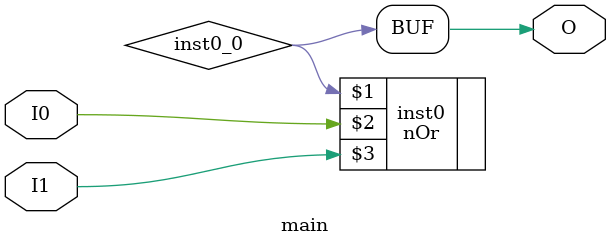
<source format=v>
module main (input  I0, input  I1, output  O);
wire  inst0_0;
nOr inst0 (inst0_0, I0, I1);
assign O = inst0_0;
endmodule


</source>
